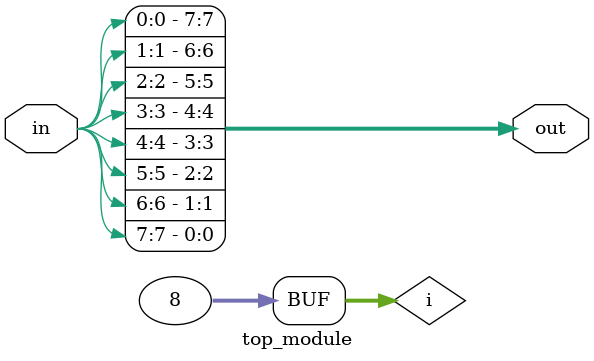
<source format=v>
module top_module( 
    input [7:0] in,
    output [7:0] out
);
    
    integer i;
    always@(*) begin
        for(i = 0; i < 8; i = i + 1)
            out[i] = in[7 - i];
    end

endmodule

</source>
